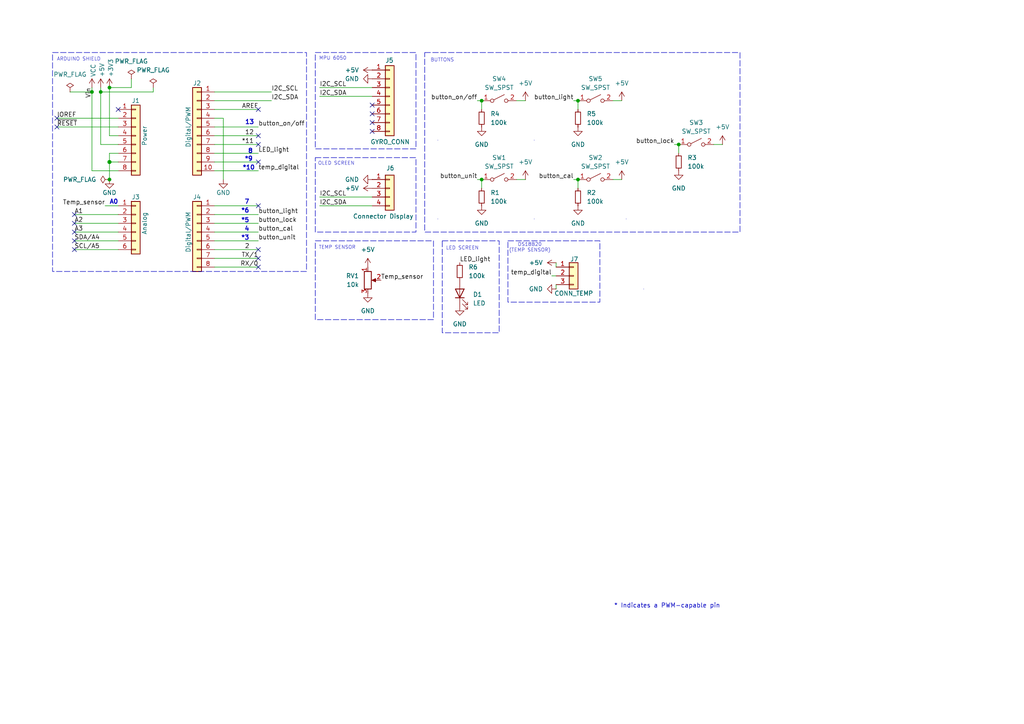
<source format=kicad_sch>
(kicad_sch (version 20231120) (generator "eeschema") (generator_version "8.0")
  (paper "A4")
  (title_block (title "UNO THERMAL SHIELD PROBE") (date "2025-01-27") (rev "1.0") (company "SEBASTIAN POSADA"))
  (lib_symbols
    (symbol "+5V_1" (power) (pin_numbers hide) (pin_names (offset 0) hide)
      (property "Value" "+5V" (at 0 3.556 0))
      (symbol "+5V_1_0_1"
        (polyline (pts (xy -0.762 1.27) (xy 0 2.54)))
        (polyline (pts (xy 0 0) (xy 0 2.54)))
        (polyline (pts (xy 0 2.54) (xy 0.762 1.27)))
      )
      (symbol "+5V_1_1_1"
        (pin power_in line (at 0 0 90) (length 0) (name "~") (number "1"))
      )
    )
    (symbol "+5V_2" (power) (pin_numbers hide) (pin_names (offset 0) hide)
      (property "Value" "+5V" (at 0 3.556 0))
      (symbol "+5V_2_0_1"
        (polyline (pts (xy -0.762 1.27) (xy 0 2.54)))
        (polyline (pts (xy 0 0) (xy 0 2.54)))
        (polyline (pts (xy 0 2.54) (xy 0.762 1.27)))
      )
      (symbol "+5V_2_1_1"
        (pin power_in line (at 0 0 90) (length 0) (name "~") (number "1"))
      )
    )
    (symbol "+5V_3" (power) (pin_numbers hide) (pin_names (offset 0) hide)
      (property "Value" "+5V" (at 0 3.556 0))
      (symbol "+5V_3_0_1"
        (polyline (pts (xy -0.762 1.27) (xy 0 2.54)))
        (polyline (pts (xy 0 0) (xy 0 2.54)))
        (polyline (pts (xy 0 2.54) (xy 0.762 1.27)))
      )
      (symbol "+5V_3_1_1"
        (pin power_in line (at 0 0 90) (length 0) (name "~") (number "1"))
      )
    )
    (symbol "+5V_4" (power) (pin_numbers hide) (pin_names (offset 0) hide)
      (property "Value" "+5V" (at 0 3.556 0))
      (symbol "+5V_4_0_1"
        (polyline (pts (xy -0.762 1.27) (xy 0 2.54)))
        (polyline (pts (xy 0 0) (xy 0 2.54)))
        (polyline (pts (xy 0 2.54) (xy 0.762 1.27)))
      )
      (symbol "+5V_4_1_1"
        (pin power_in line (at 0 0 90) (length 0) (name "~") (number "1"))
      )
    )
    (symbol "+5V_5" (power) (pin_numbers hide) (pin_names (offset 0) hide)
      (property "Value" "+5V" (at 0 3.556 0))
      (symbol "+5V_5_0_1"
        (polyline (pts (xy -0.762 1.27) (xy 0 2.54)))
        (polyline (pts (xy 0 0) (xy 0 2.54)))
        (polyline (pts (xy 0 2.54) (xy 0.762 1.27)))
      )
      (symbol "+5V_5_1_1"
        (pin power_in line (at 0 0 90) (length 0) (name "~") (number "1"))
      )
    )
    (symbol "Connector_Generic:Conn_01x03" (pin_names (offset 1.016) hide)
      (property "Reference" "J" (at 0 5.08 0))
      (property "Value" "Conn_01x03" (at 0 -5.08 0))
      (symbol "Conn_01x03_1_1"
        (rectangle (start -1.27 -2.413) (end 0 -2.667) (stroke (width 0.1524)))
        (rectangle (start -1.27 0.127) (end 0 -0.127) (stroke (width 0.1524)))
        (rectangle (start -1.27 2.667) (end 0 2.413) (stroke (width 0.1524)))
        (rectangle (start -1.27 3.81) (end 1.27 -3.81) (stroke (width 0.254)) (fill (type background)))
        (pin passive line (at -5.08 2.54 0) (length 3.81) (name "Pin_1") (number "1"))
        (pin passive line (at -5.08 0 0) (length 3.81) (name "Pin_2") (number "2"))
        (pin passive line (at -5.08 -2.54 0) (length 3.81) (name "Pin_3") (number "3"))
      )
    )
    (symbol "Connector_Generic:Conn_01x04" (pin_names (offset 1.016) hide)
      (property "Reference" "J" (at 0 5.08 0))
      (property "Value" "Conn_01x04" (at 0 -7.62 0))
      (symbol "Conn_01x04_1_1"
        (rectangle (start -1.27 -4.953) (end 0 -5.207) (stroke (width 0.1524)))
        (rectangle (start -1.27 -2.413) (end 0 -2.667) (stroke (width 0.1524)))
        (rectangle (start -1.27 0.127) (end 0 -0.127) (stroke (width 0.1524)))
        (rectangle (start -1.27 2.667) (end 0 2.413) (stroke (width 0.1524)))
        (rectangle (start -1.27 3.81) (end 1.27 -6.35) (stroke (width 0.254)) (fill (type background)))
        (pin passive line (at -5.08 2.54 0) (length 3.81) (name "Pin_1") (number "1"))
        (pin passive line (at -5.08 0 0) (length 3.81) (name "Pin_2") (number "2"))
        (pin passive line (at -5.08 -2.54 0) (length 3.81) (name "Pin_3") (number "3"))
        (pin passive line (at -5.08 -5.08 0) (length 3.81) (name "Pin_4") (number "4"))
      )
    )
    (symbol "Connector_Generic:Conn_01x06" (pin_names (offset 1.016) hide)
      (property "Reference" "J" (at 0 7.62 0))
      (property "Value" "Conn_01x06" (at 0 -10.16 0))
      (symbol "Conn_01x06_1_1"
        (rectangle (start -1.27 -7.493) (end 0 -7.747) (stroke (width 0.1524)))
        (rectangle (start -1.27 -4.953) (end 0 -5.207) (stroke (width 0.1524)))
        (rectangle (start -1.27 -2.413) (end 0 -2.667) (stroke (width 0.1524)))
        (rectangle (start -1.27 0.127) (end 0 -0.127) (stroke (width 0.1524)))
        (rectangle (start -1.27 2.667) (end 0 2.413) (stroke (width 0.1524)))
        (rectangle (start -1.27 5.207) (end 0 4.953) (stroke (width 0.1524)))
        (rectangle (start -1.27 6.35) (end 1.27 -8.89) (stroke (width 0.254)) (fill (type background)))
        (pin passive line (at -5.08 5.08 0) (length 3.81) (name "Pin_1") (number "1"))
        (pin passive line (at -5.08 2.54 0) (length 3.81) (name "Pin_2") (number "2"))
        (pin passive line (at -5.08 0 0) (length 3.81) (name "Pin_3") (number "3"))
        (pin passive line (at -5.08 -2.54 0) (length 3.81) (name "Pin_4") (number "4"))
        (pin passive line (at -5.08 -5.08 0) (length 3.81) (name "Pin_5") (number "5"))
        (pin passive line (at -5.08 -7.62 0) (length 3.81) (name "Pin_6") (number "6"))
      )
    )
    (symbol "Connector_Generic:Conn_01x08" (pin_names (offset 1.016) hide)
      (property "Reference" "J" (at 0 10.16 0))
      (property "Value" "Conn_01x08" (at 0 -12.7 0))
      (symbol "Conn_01x08_1_1"
        (rectangle (start -1.27 -10.033) (end 0 -10.287) (stroke (width 0.1524)))
        (rectangle (start -1.27 -7.493) (end 0 -7.747) (stroke (width 0.1524)))
        (rectangle (start -1.27 -4.953) (end 0 -5.207) (stroke (width 0.1524)))
        (rectangle (start -1.27 -2.413) (end 0 -2.667) (stroke (width 0.1524)))
        (rectangle (start -1.27 0.127) (end 0 -0.127) (stroke (width 0.1524)))
        (rectangle (start -1.27 2.667) (end 0 2.413) (stroke (width 0.1524)))
        (rectangle (start -1.27 5.207) (end 0 4.953) (stroke (width 0.1524)))
        (rectangle (start -1.27 7.747) (end 0 7.493) (stroke (width 0.1524)))
        (rectangle (start -1.27 8.89) (end 1.27 -11.43) (stroke (width 0.254)) (fill (type background)))
        (pin passive line (at -5.08 7.62 0) (length 3.81) (name "Pin_1") (number "1"))
        (pin passive line (at -5.08 5.08 0) (length 3.81) (name "Pin_2") (number "2"))
        (pin passive line (at -5.08 2.54 0) (length 3.81) (name "Pin_3") (number "3"))
        (pin passive line (at -5.08 0 0) (length 3.81) (name "Pin_4") (number "4"))
        (pin passive line (at -5.08 -2.54 0) (length 3.81) (name "Pin_5") (number "5"))
        (pin passive line (at -5.08 -5.08 0) (length 3.81) (name "Pin_6") (number "6"))
        (pin passive line (at -5.08 -7.62 0) (length 3.81) (name "Pin_7") (number "7"))
        (pin passive line (at -5.08 -10.16 0) (length 3.81) (name "Pin_8") (number "8"))
      )
    )
    (symbol "Connector_Generic:Conn_01x10" (pin_names (offset 1.016) hide)
      (property "Reference" "J" (at 0 12.7 0))
      (property "Value" "Conn_01x10" (at 0 -15.24 0))
      (symbol "Conn_01x10_1_1"
        (rectangle (start -1.27 -12.573) (end 0 -12.827) (stroke (width 0.1524)))
        (rectangle (start -1.27 -10.033) (end 0 -10.287) (stroke (width 0.1524)))
        (rectangle (start -1.27 -7.493) (end 0 -7.747) (stroke (width 0.1524)))
        (rectangle (start -1.27 -4.953) (end 0 -5.207) (stroke (width 0.1524)))
        (rectangle (start -1.27 -2.413) (end 0 -2.667) (stroke (width 0.1524)))
        (rectangle (start -1.27 0.127) (end 0 -0.127) (stroke (width 0.1524)))
        (rectangle (start -1.27 2.667) (end 0 2.413) (stroke (width 0.1524)))
        (rectangle (start -1.27 5.207) (end 0 4.953) (stroke (width 0.1524)))
        (rectangle (start -1.27 7.747) (end 0 7.493) (stroke (width 0.1524)))
        (rectangle (start -1.27 10.287) (end 0 10.033) (stroke (width 0.1524)))
        (rectangle (start -1.27 11.43) (end 1.27 -13.97) (stroke (width 0.254)) (fill (type background)))
        (pin passive line (at -5.08 10.16 0) (length 3.81) (name "Pin_1") (number "1"))
        (pin passive line (at -5.08 -12.7 0) (length 3.81) (name "Pin_10") (number "10"))
        (pin passive line (at -5.08 7.62 0) (length 3.81) (name "Pin_2") (number "2"))
        (pin passive line (at -5.08 5.08 0) (length 3.81) (name "Pin_3") (number "3"))
        (pin passive line (at -5.08 2.54 0) (length 3.81) (name "Pin_4") (number "4"))
        (pin passive line (at -5.08 0 0) (length 3.81) (name "Pin_5") (number "5"))
        (pin passive line (at -5.08 -2.54 0) (length 3.81) (name "Pin_6") (number "6"))
        (pin passive line (at -5.08 -5.08 0) (length 3.81) (name "Pin_7") (number "7"))
        (pin passive line (at -5.08 -7.62 0) (length 3.81) (name "Pin_8") (number "8"))
        (pin passive line (at -5.08 -10.16 0) (length 3.81) (name "Pin_9") (number "9"))
      )
    )
    (symbol "Device:LED" (pin_numbers hide) (pin_names (offset 1.016) hide)
      (property "Reference" "D" (at 0 2.54 0))
      (property "Value" "LED" (at 0 -2.54 0))
      (symbol "LED_0_1"
        (polyline (pts (xy -1.27 -1.27) (xy -1.27 1.27)) (stroke (width 0.254)))
        (polyline (pts (xy -1.27 0) (xy 1.27 0)))
        (polyline (pts (xy 1.27 -1.27) (xy 1.27 1.27) (xy -1.27 0) (xy 1.27 -1.27)) (stroke (width 0.254)))
        (polyline (pts (xy -3.048 -0.762) (xy -4.572 -2.286) (xy -3.81 -2.286) (xy -4.572 -2.286) (xy -4.572 -1.524)))
        (polyline (pts (xy -1.778 -0.762) (xy -3.302 -2.286) (xy -2.54 -2.286) (xy -3.302 -2.286) (xy -3.302 -1.524)))
      )
      (symbol "LED_1_1"
        (pin passive line (at -3.81 0 0) (length 2.54) (name "K") (number "1"))
        (pin passive line (at 3.81 0 180) (length 2.54) (name "A") (number "2"))
      )
    )
    (symbol "Device:R_Potentiometer" (pin_names (offset 1.016) hide)
      (property "Reference" "RV" (at -4.445 0 90))
      (property "Value" "R_Potentiometer" (at -2.54 0 90))
      (symbol "R_Potentiometer_0_1"
        (polyline (pts (xy 2.54 0) (xy 1.524 0)))
        (polyline (pts (xy 1.143 0) (xy 2.286 0.508) (xy 2.286 -0.508) (xy 1.143 0)) (fill (type outline)))
        (rectangle (start 1.016 2.54) (end -1.016 -2.54) (stroke (width 0.254)))
      )
      (symbol "R_Potentiometer_1_1"
        (pin passive line (at 0 3.81 270) (length 1.27) (name "1") (number "1"))
        (pin passive line (at 3.81 0 180) (length 1.27) (name "2") (number "2"))
        (pin passive line (at 0 -3.81 90) (length 1.27) (name "3") (number "3"))
      )
    )
    (symbol "Device:R_Small" (pin_numbers hide) (pin_names (offset 0.254) hide)
      (property "Reference" "R" (at 0.762 0.508 0))
      (property "Value" "R_Small" (at 0.762 -1.016 0))
      (symbol "R_Small_0_1"
        (rectangle (start -0.762 1.778) (end 0.762 -1.778) (stroke (width 0.2032)))
      )
      (symbol "R_Small_1_1"
        (pin passive line (at 0 2.54 270) (length 0.762) (name "~") (number "1"))
        (pin passive line (at 0 -2.54 90) (length 0.762) (name "~") (number "2"))
      )
    )
    (symbol "GND_1" (power) (pin_numbers hide) (pin_names (offset 0) hide)
      (property "Value" "GND" (at 0 -3.81 0))
      (symbol "GND_1_0_1"
        (polyline (pts (xy 0 0) (xy 0 -1.27) (xy 1.27 -1.27) (xy 0 -2.54) (xy -1.27 -1.27) (xy 0 -1.27)))
      )
      (symbol "GND_1_1_1"
        (pin power_in line (at 0 0 270) (length 0) (name "~") (number "1"))
      )
    )
    (symbol "GND_2" (power) (pin_numbers hide) (pin_names (offset 0) hide)
      (property "Value" "GND" (at 0 -3.81 0))
      (symbol "GND_2_0_1"
        (polyline (pts (xy 0 0) (xy 0 -1.27) (xy 1.27 -1.27) (xy 0 -2.54) (xy -1.27 -1.27) (xy 0 -1.27)))
      )
      (symbol "GND_2_1_1"
        (pin power_in line (at 0 0 270) (length 0) (name "~") (number "1"))
      )
    )
    (symbol "GND_3" (power) (pin_numbers hide) (pin_names (offset 0) hide)
      (property "Value" "GND" (at 0 -3.81 0))
      (symbol "GND_3_0_1"
        (polyline (pts (xy 0 0) (xy 0 -1.27) (xy 1.27 -1.27) (xy 0 -2.54) (xy -1.27 -1.27) (xy 0 -1.27)))
      )
      (symbol "GND_3_1_1"
        (pin power_in line (at 0 0 270) (length 0) (name "~") (number "1"))
      )
    )
    (symbol "GND_4" (power) (pin_numbers hide) (pin_names (offset 0) hide)
      (property "Value" "GND" (at 0 -3.81 0))
      (symbol "GND_4_0_1"
        (polyline (pts (xy 0 0) (xy 0 -1.27) (xy 1.27 -1.27) (xy 0 -2.54) (xy -1.27 -1.27) (xy 0 -1.27)))
      )
      (symbol "GND_4_1_1"
        (pin power_in line (at 0 0 270) (length 0) (name "~") (number "1"))
      )
    )
    (symbol "GND_5" (power) (pin_numbers hide) (pin_names (offset 0) hide)
      (property "Value" "GND" (at 0 -3.81 0))
      (symbol "GND_5_0_1"
        (polyline (pts (xy 0 0) (xy 0 -1.27) (xy 1.27 -1.27) (xy 0 -2.54) (xy -1.27 -1.27) (xy 0 -1.27)))
      )
      (symbol "GND_5_1_1"
        (pin power_in line (at 0 0 270) (length 0) (name "~") (number "1"))
      )
    )
    (symbol "Switch:SW_SPST" (pin_names (offset 0) hide)
      (property "Reference" "SW" (at 0 3.175 0))
      (property "Value" "SW_SPST" (at 0 -2.54 0))
      (symbol "SW_SPST_0_0"
        (circle (center -2.032 0) (radius 0.508))
        (polyline (pts (xy -1.524 0.254) (xy 1.524 1.778)))
        (circle (center 2.032 0) (radius 0.508))
      )
      (symbol "SW_SPST_1_1"
        (pin passive line (at -5.08 0 0) (length 2.54) (name "A") (number "1"))
        (pin passive line (at 5.08 0 180) (length 2.54) (name "B") (number "2"))
      )
    )
    (symbol "power:+3V3" (power) (pin_names (offset 0))
      (property "Value" "+3V3" (at 0 3.556 0))
      (symbol "+3V3_0_1"
        (polyline (pts (xy -0.762 1.27) (xy 0 2.54)))
        (polyline (pts (xy 0 0) (xy 0 2.54)))
        (polyline (pts (xy 0 2.54) (xy 0.762 1.27)))
      )
      (symbol "+3V3_1_1"
        (pin power_in line (at 0 0 90) (length 0) hide (name "+3V3") (number "1"))
      )
    )
    (symbol "power:+5V" (power) (pin_names (offset 0))
      (property "Value" "+5V" (at 0 3.556 0))
      (symbol "+5V_0_1"
        (polyline (pts (xy -0.762 1.27) (xy 0 2.54)))
        (polyline (pts (xy 0 0) (xy 0 2.54)))
        (polyline (pts (xy 0 2.54) (xy 0.762 1.27)))
      )
      (symbol "+5V_1_1"
        (pin power_in line (at 0 0 90) (length 0) hide (name "+5V") (number "1"))
      )
    )
    (symbol "power:GND" (power) (pin_names (offset 0))
      (property "Value" "GND" (at 0 -3.81 0))
      (symbol "GND_0_1"
        (polyline (pts (xy 0 0) (xy 0 -1.27) (xy 1.27 -1.27) (xy 0 -2.54) (xy -1.27 -1.27) (xy 0 -1.27)))
      )
      (symbol "GND_1_1"
        (pin power_in line (at 0 0 270) (length 0) hide (name "GND") (number "1"))
      )
    )
    (symbol "power:PWR_FLAG" (power) (pin_numbers hide) (pin_names (offset 0) hide)
      (property "Value" "PWR_FLAG" (at 0 3.81 0))
      (symbol "PWR_FLAG_0_0"
        (pin power_out line (at 0 0 90) (length 0) (name "~") (number "1"))
      )
      (symbol "PWR_FLAG_0_1"
        (polyline (pts (xy 0 0) (xy 0 1.27) (xy -1.016 1.905) (xy 0 2.54) (xy 1.016 1.905) (xy 0 1.27)))
      )
    )
    (symbol "power:VCC" (power) (pin_names (offset 0))
      (property "Value" "VCC" (at 0 3.81 0))
      (symbol "VCC_0_1"
        (polyline (pts (xy -0.762 1.27) (xy 0 2.54)))
        (polyline (pts (xy 0 0) (xy 0 2.54)))
        (polyline (pts (xy 0 2.54) (xy 0.762 1.27)))
      )
      (symbol "VCC_1_1"
        (pin power_in line (at 0 0 90) (length 0) hide (name "VCC") (number "1"))
      )
    )
  )
  (junction (at 31.75 25.4))
  (junction (at 26.67 26.67))
  (junction (at 31.75 46.99) (diameter 1.016))
  (junction (at 196.85 41.91))
  (junction (at 139.7 29.21))
  (junction (at 167.64 29.21))
  (junction (at 139.7 52.07))
  (junction (at 31.75 52.07))
  (junction (at 29.21 26.67))
  (junction (at 167.64 52.07))
  (no_connect (at 107.95 30.48))
  (no_connect (at 74.93 46.99))
  (no_connect (at 107.95 35.56))
  (no_connect (at 107.95 38.1))
  (no_connect (at 107.95 33.02))
  (no_connect (at 74.93 59.69))
  (no_connect (at 21.59 67.31))
  (no_connect (at 74.93 41.91))
  (no_connect (at 74.93 74.93))
  (no_connect (at 74.93 77.47))
  (no_connect (at 16.51 34.29))
  (no_connect (at 16.51 36.83))
  (no_connect (at 74.93 31.75))
  (no_connect (at 74.93 39.37))
  (no_connect (at 34.29 31.75))
  (no_connect (at 21.59 72.39))
  (no_connect (at 21.59 64.77))
  (no_connect (at 74.93 72.39))
  (no_connect (at 21.59 62.23))
  (no_connect (at 21.59 69.85))
  (wire (pts (xy 62.23 77.47) (xy 74.93 77.47)))
  (wire (pts (xy 62.23 26.67) (xy 78.74 26.67)))
  (wire (pts (xy 62.23 44.45) (xy 74.93 44.45)))
  (wire (pts (xy 167.64 52.07) (xy 167.64 54.61)))
  (wire (pts (xy 149.86 29.21) (xy 152.4 29.21)))
  (wire (pts (xy 30.48 59.69) (xy 34.29 59.69)))
  (wire (pts (xy 31.75 44.45) (xy 31.75 46.99)))
  (wire (pts (xy 21.59 72.39) (xy 34.29 72.39)))
  (wire (pts (xy 196.85 41.91) (xy 196.85 44.45)))
  (wire (pts (xy 166.37 29.21) (xy 167.64 29.21)))
  (wire (pts (xy 195.58 41.91) (xy 196.85 41.91)))
  (wire (pts (xy 31.75 46.99) (xy 31.75 52.07)))
  (wire (pts (xy 31.75 25.4) (xy 31.75 39.37)))
  (wire (pts (xy 29.21 41.91) (xy 34.29 41.91)))
  (wire (pts (xy 29.21 25.4) (xy 29.21 26.67)))
  (wire (pts (xy 29.21 26.67) (xy 44.45 26.67)))
  (wire (pts (xy 177.8 29.21) (xy 180.34 29.21)))
  (wire (pts (xy 62.23 36.83) (xy 74.93 36.83)))
  (wire (pts (xy 62.23 59.69) (xy 74.93 59.69)))
  (wire (pts (xy 138.43 29.21) (xy 139.7 29.21)))
  (wire (pts (xy 62.23 39.37) (xy 74.93 39.37)))
  (wire (pts (xy 62.23 62.23) (xy 74.93 62.23)))
  (wire (pts (xy 20.32 26.67) (xy 26.67 26.67)))
  (wire (pts (xy 62.23 46.99) (xy 74.93 46.99)))
  (wire (pts (xy 62.23 67.31) (xy 74.93 67.31)))
  (wire (pts (xy 139.7 29.21) (xy 139.7 31.75)))
  (wire (pts (xy 166.37 52.07) (xy 167.64 52.07)))
  (wire (pts (xy 16.51 34.29) (xy 34.29 34.29)))
  (wire (pts (xy 207.01 41.91) (xy 209.55 41.91)))
  (wire (pts (xy 26.67 25.4) (xy 26.67 26.67)))
  (wire (pts (xy 149.86 52.07) (xy 152.4 52.07)))
  (wire (pts (xy 26.67 49.53) (xy 34.29 49.53)))
  (wire (pts (xy 92.71 59.69) (xy 107.95 59.69)))
  (wire (pts (xy 64.77 34.29) (xy 64.77 52.07)))
  (wire (pts (xy 62.23 31.75) (xy 74.93 31.75)))
  (wire (pts (xy 38.1 22.86) (xy 38.1 25.4)))
  (wire (pts (xy 26.67 26.67) (xy 26.67 49.53)))
  (wire (pts (xy 139.7 52.07) (xy 139.7 54.61)))
  (wire (pts (xy 34.29 64.77) (xy 21.59 64.77)))
  (wire (pts (xy 16.51 36.83) (xy 34.29 36.83)))
  (wire (pts (xy 160.02 80.01) (xy 161.29 80.01)))
  (wire (pts (xy 31.75 39.37) (xy 34.29 39.37)))
  (wire (pts (xy 34.29 46.99) (xy 31.75 46.99)))
  (wire (pts (xy 44.45 25.4) (xy 44.45 26.67)))
  (wire (pts (xy 62.23 29.21) (xy 78.74 29.21)))
  (wire (pts (xy 138.43 52.07) (xy 139.7 52.07)))
  (wire (pts (xy 21.59 62.23) (xy 34.29 62.23)))
  (wire (pts (xy 167.64 29.21) (xy 167.64 31.75)))
  (wire (pts (xy 62.23 34.29) (xy 64.77 34.29)))
  (wire (pts (xy 92.71 57.15) (xy 107.95 57.15)))
  (wire (pts (xy 34.29 44.45) (xy 31.75 44.45)))
  (wire (pts (xy 62.23 41.91) (xy 74.93 41.91)))
  (wire (pts (xy 29.21 26.67) (xy 29.21 41.91)))
  (wire (pts (xy 177.8 52.07) (xy 180.34 52.07)))
  (wire (pts (xy 62.23 64.77) (xy 74.93 64.77)))
  (wire (pts (xy 21.59 67.31) (xy 34.29 67.31)))
  (wire (pts (xy 92.71 25.4) (xy 107.95 25.4)))
  (wire (pts (xy 31.75 25.4) (xy 38.1 25.4)))
  (wire (pts (xy 62.23 72.39) (xy 74.93 72.39)))
  (wire (pts (xy 161.29 76.2) (xy 161.29 77.47)))
  (wire (pts (xy 62.23 69.85) (xy 74.93 69.85)))
  (wire (pts (xy 161.29 82.55) (xy 161.29 83.82)))
  (wire (pts (xy 62.23 74.93) (xy 74.93 74.93)))
  (wire (pts (xy 34.29 69.85) (xy 21.59 69.85)))
  (wire (pts (xy 92.71 27.94) (xy 107.95 27.94)))
  (wire (pts (xy 62.23 49.53) (xy 74.93 49.53)))
  (rectangle (start 128.27 69.85) (end 144.78 96.52) (stroke (width 0) (type dash)))
  (rectangle (start 91.44 15.24) (end 120.65 43.18) (stroke (width 0) (type dash)))
  (rectangle (start 186.69 83.82) (end 186.69 83.82))
  (rectangle (start 154.94 40.64) (end 154.94 40.64))
  (rectangle (start 15.24 15.24) (end 88.9 78.74) (stroke (width 0) (type dash)))
  (rectangle (start 91.44 69.85) (end 125.73 92.71) (stroke (width 0) (type dash)))
  (rectangle (start 123.19 15.24) (end 214.63 67.31) (stroke (width 0) (type dash)))
  (rectangle (start 91.44 45.72) (end 120.65 67.31) (stroke (width 0) (type dash)))
  (rectangle (start 147.32 69.85) (end 173.99 87.63) (stroke (width 0) (type dash)))
  (rectangle (start 36.83 15.24) (end 36.83 15.24))
  (rectangle (start 127 40.64) (end 127 40.64))
  (rectangle (start 127 63.5) (end 127 63.5))
  (rectangle (start 154.94 63.5) (end 154.94 63.5))
  (rectangle (start 181.61 63.5) (end 181.61 63.5))
  (text "LED SCREEN\n\n" (at 134.112 72.898 0) (effects (font (size 1.016 1.016) (thickness 0.0076) (bold yes))))
  (text "DS18B20\n(TEMP SENSOR)\n" (at 153.67 71.882 0) (effects (font (size 1.016 1.016) (thickness 0.0076) (bold yes))))
  (text "BUTTONS" (at 128.27 17.526 0) (effects (font (size 1.016 1.016) (thickness 0.0076) (bold yes))))
  (text "*10\n" (at 72.136 48.768 0) (effects (font (size 1.27 1.27) (thickness 0.254) (bold yes))))
  (text "*3" (at 71.12 69.088 0) (effects (font (size 1.27 1.27) (thickness 0.254) (bold yes))))
  (text "8" (at 72.644 43.942 0) (effects (font (size 1.27 1.27) (thickness 0.254) (bold yes))))
  (text "7\n" (at 71.628 58.674 0) (effects (font (size 1.27 1.27) (thickness 0.254) (bold yes))))
  (text "*9\n" (at 72.136 46.228 0) (effects (font (size 1.27 1.27) (thickness 0.254) (bold yes))))
  (text "13\n\n" (at 72.39 36.576 0) (effects (font (size 1.27 1.27) (thickness 0.254) (bold yes))))
  (text "4" (at 71.628 66.548 0) (effects (font (size 1.27 1.27) (thickness 0.254) (bold yes))))
  (text "*6" (at 71.12 61.214 0) (effects (font (size 1.27 1.27) (thickness 0.254) (bold yes))))
  (text "ARDUINO SHIELD" (at 22.86 17.272 0) (effects (font (size 1.016 1.016) (thickness 0.0076) (bold yes))))
  (text "TEMP SENSOR\n" (at 97.79 71.882 0) (effects (font (size 1.016 1.016) (thickness 0.0076) (bold yes))))
  (text "*5\n" (at 71.12 64.008 0) (effects (font (size 1.27 1.27) (thickness 0.254) (bold yes))))
  (text "OLED SCREEN" (at 97.536 47.498 0) (effects (font (size 1.016 1.016) (thickness 0.0076) (bold yes))))
  (text "MPU 6050" (at 96.52 17.018 0) (effects (font (size 1.016 1.016) (thickness 0.0076) (bold yes))))
  (text "A0\n" (at 33.02 58.674 0) (effects (font (size 1.27 1.27) (thickness 0.254) (bold yes))))
  (text "* Indicates a PWM-capable pin" (at 178.054 176.53 0) (effects (font (size 1.27 1.27)) (justify left bottom)))
  (label "button_unit" (at 138.43 52.07 180))
  (label "RX{slash}0" (at 74.93 77.47 180))
  (label "temp_digital" (at 74.93 49.53 0))
  (label "A2" (at 21.59 64.77 0))
  (label "button_cal" (at 166.37 52.07 180))
  (label "I2C_SCL" (at 92.71 25.4 0))
  (label "A3" (at 21.59 67.31 0))
  (label "12" (at 73.66 39.37 180))
  (label "~{RESET}" (at 16.51 36.83 0))
  (label "I2C_SDA" (at 92.71 59.69 0))
  (label "button_lock" (at 195.58 41.91 180))
  (label "Temp_sensor" (at 30.48 59.69 180))
  (label "LED_light" (at 74.93 44.45 0))
  (label "I2C_SDA" (at 78.74 29.21 0))
  (label "button_on{slash}off" (at 74.93 36.83 0))
  (label "button_light" (at 166.37 29.21 180))
  (label "I2C_SCL" (at 92.71 57.15 0))
  (label "button_on{slash}off" (at 138.43 29.21 180))
  (label "button_lock" (at 74.93 64.77 0))
  (label "Temp_sensor" (at 110.49 81.28 0))
  (label "2" (at 72.39 72.39 180))
  (label "*11" (at 73.66 41.91 180))
  (label "temp_digital" (at 160.02 80.01 180))
  (label "I2C_SCL" (at 78.74 26.67 0))
  (label "button_light" (at 74.93 62.23 0))
  (label "A1" (at 21.59 62.23 0))
  (label "TX{slash}1" (at 74.93 74.93 180))
  (label "button_cal" (at 74.93 67.31 0))
  (label "AREF" (at 74.93 31.75 180))
  (label "I2C_SDA" (at 92.71 27.94 0))
  (label "Vin" (at 26.67 25.4 270))
  (label "button_unit" (at 74.93 69.85 0))
  (label "IOREF" (at 16.51 34.29 0))
  (label "SDA{slash}A4" (at 21.59 69.85 0))
  (label "SCL{slash}A5" (at 21.59 72.39 0))
  (label "LED_light" (at 133.35 76.2 0))
  (symbol (lib_id "Connector_Generic:Conn_01x08") (at 39.37 39.37 0) (unit 1)
    (property "Reference" "J1" (at 39.37 29.21 0))
    (property "Value" "Power" (at 41.91 39.37 90))
    (property "Footprint" "Connector_PinSocket_2.54mm:PinSocket_1x08_P2.54mm_Vertical" (effects (hide yes)))
  )
  (symbol (lib_id "power:+3V3") (at 31.75 25.4 0) (unit 1)
    (property "Reference" "#PWR03" (effects (hide yes)))
    (property "Value" "+3V3" (at 32.131 22.352 90) (effects (justify left)))
  )
  (symbol (lib_id "power:+5V") (at 29.21 25.4 0) (unit 1)
    (property "Reference" "#PWR02" (effects (hide yes)))
    (property "Value" "+5V" (at 29.5656 22.352 90) (effects (justify left)))
  )
  (symbol (lib_id "power:GND") (at 31.75 52.07 0) (unit 1)
    (property "Reference" "#PWR04" (effects (hide yes)))
    (property "Value" "GND" (at 31.75 55.88 0))
  )
  (symbol (lib_id "Connector_Generic:Conn_01x10") (at 57.15 36.83 0) (mirror y) (unit 1)
    (property "Reference" "J2" (at 57.15 24.13 0))
    (property "Value" "Digital/PWM" (at 54.61 36.83 90))
    (property "Footprint" "Connector_PinSocket_2.54mm:PinSocket_1x10_P2.54mm_Vertical" (effects (hide yes)))
  )
  (symbol (lib_id "power:GND") (at 64.77 52.07 0) (unit 1)
    (property "Reference" "#PWR05" (effects (hide yes)))
    (property "Value" "GND" (at 64.77 55.88 0))
  )
  (symbol (lib_id "Connector_Generic:Conn_01x06") (at 39.37 64.77 0) (unit 1)
    (property "Reference" "J3" (at 39.37 57.15 0))
    (property "Value" "Analog" (at 41.91 64.77 90))
    (property "Footprint" "Connector_PinSocket_2.54mm:PinSocket_1x06_P2.54mm_Vertical" (effects (hide yes)))
  )
  (symbol (lib_id "Connector_Generic:Conn_01x08") (at 57.15 67.31 0) (mirror y) (unit 1)
    (property "Reference" "J4" (at 57.15 57.15 0))
    (property "Value" "Digital/PWM" (at 54.61 67.31 90))
    (property "Footprint" "Connector_PinSocket_2.54mm:PinSocket_1x08_P2.54mm_Vertical" (effects (hide yes)))
  )
  (symbol (lib_name "GND_5") (lib_id "power:GND") (at 107.95 22.86 270) (unit 1)
    (property "Reference" "#PWR06" (effects (hide yes)))
    (property "Value" "GND" (at 104.14 22.8599 90) (effects (justify right)))
    (property "Description" "Power symbol creates a global label with name \"GND\" , ground" (effects (hide yes)))
  )
  (symbol (lib_id "Device:R_Small") (at 139.7 34.29 0) (unit 1)
    (property "Reference" "R4" (at 142.24 33.0199 0) (effects (justify left)))
    (property "Value" "100k" (at 142.24 35.5599 0) (effects (justify left)))
    (property "Footprint" "Resistor_THT:R_Axial_DIN0207_L6.3mm_D2.5mm_P10.16mm_Horizontal" (effects (hide yes)))
    (property "Description" "Resistor, small symbol" (effects (hide yes)))
  )
  (symbol (lib_id "Connector_Generic:Conn_01x03") (at 166.37 80.01 0) (unit 1)
    (property "Reference" "J7" (at 165.354 75.184 0) (effects (justify left)))
    (property "Value" "CONN_TEMP" (at 160.782 85.09 0) (effects (justify left)))
    (property "Footprint" "Connector_JST:JST_XH_B3B-XH-A_1x03_P2.50mm_Vertical" (effects (hide yes)))
    (property "Description" "Generic connector, single row, 01x03, script generated (kicad-library-utils/schlib/autogen/connector/)" (effects (hide yes)))
  )
  (symbol (lib_id "power:PWR_FLAG") (at 38.1 22.86 0) (unit 1)
    (property "Reference" "#FLG01" (effects (hide yes)))
    (property "Value" "PWR_FLAG" (at 38.1 17.78 0))
    (property "Description" "Special symbol for telling ERC where power comes from" (effects (hide yes)))
  )
  (symbol (lib_name "GND_2") (lib_id "power:GND") (at 167.64 36.83 0) (unit 1)
    (property "Reference" "#PWR018" (effects (hide yes)))
    (property "Value" "GND" (at 167.64 41.91 0))
    (property "Description" "Power symbol creates a global label with name \"GND\" , ground" (effects (hide yes)))
  )
  (symbol (lib_id "power:PWR_FLAG") (at 44.45 25.4 0) (unit 1)
    (property "Reference" "#FLG03" (effects (hide yes)))
    (property "Value" "PWR_FLAG" (at 44.45 20.32 0))
    (property "Description" "Special symbol for telling ERC where power comes from" (effects (hide yes)))
  )
  (symbol (lib_id "Switch:SW_SPST") (at 144.78 29.21 0) (unit 1)
    (property "Reference" "SW4" (at 144.78 22.86 0))
    (property "Value" "SW_SPST" (at 144.78 25.4 0))
    (property "Footprint" "Button_Switch_THT:SW_PUSH_6mm" (effects (hide yes)))
    (property "Description" "Single Pole Single Throw (SPST) switch" (effects (hide yes)))
  )
  (symbol (lib_name "+5V_2") (lib_id "power:+5V") (at 180.34 52.07 0) (unit 1)
    (property "Reference" "#PWR013" (effects (hide yes)))
    (property "Value" "+5V" (at 180.34 46.99 0))
    (property "Description" "Power symbol creates a global label with name \"+5V\"" (effects (hide yes)))
  )
  (symbol (lib_name "GND_2") (lib_id "power:GND") (at 167.64 59.69 0) (unit 1)
    (property "Reference" "#PWR012" (effects (hide yes)))
    (property "Value" "GND" (at 167.64 64.77 0))
    (property "Description" "Power symbol creates a global label with name \"GND\" , ground" (effects (hide yes)))
  )
  (symbol (lib_id "Device:R_Small") (at 139.7 57.15 0) (unit 1)
    (property "Reference" "R1" (at 142.24 55.8799 0) (effects (justify left)))
    (property "Value" "100k" (at 142.24 58.4199 0) (effects (justify left)))
    (property "Footprint" "Resistor_THT:R_Axial_DIN0207_L6.3mm_D2.5mm_P10.16mm_Horizontal" (effects (hide yes)))
    (property "Description" "Resistor, small symbol" (effects (hide yes)))
  )
  (symbol (lib_name "GND_3") (lib_id "power:GND") (at 106.68 85.09 0) (unit 1)
    (property "Reference" "#PWR022" (effects (hide yes)))
    (property "Value" "GND" (at 106.68 90.17 0))
    (property "Description" "Power symbol creates a global label with name \"GND\" , ground" (effects (hide yes)))
  )
  (symbol (lib_name "GND_4") (lib_id "power:GND") (at 161.29 83.82 270) (unit 1)
    (property "Reference" "#PWR024" (effects (hide yes)))
    (property "Value" "GND" (at 157.48 83.8199 90) (effects (justify right)))
    (property "Description" "Power symbol creates a global label with name \"GND\" , ground" (effects (hide yes)))
  )
  (symbol (lib_id "power:PWR_FLAG") (at 20.32 26.67 0) (unit 1)
    (property "Reference" "#FLG02" (effects (hide yes)))
    (property "Value" "PWR_FLAG" (at 20.32 21.59 0))
    (property "Description" "Special symbol for telling ERC where power comes from" (effects (hide yes)))
  )
  (symbol (lib_id "Device:R_Small") (at 133.35 78.74 0) (unit 1)
    (property "Reference" "R6" (at 135.89 77.4699 0) (effects (justify left)))
    (property "Value" "100k" (at 135.89 80.0099 0) (effects (justify left)))
    (property "Footprint" "Resistor_THT:R_Axial_DIN0207_L6.3mm_D2.5mm_P10.16mm_Horizontal" (effects (hide yes)))
    (property "Description" "Resistor, small symbol" (effects (hide yes)))
  )
  (symbol (lib_name "GND_2") (lib_id "power:GND") (at 196.85 49.53 0) (unit 1)
    (property "Reference" "#PWR014" (effects (hide yes)))
    (property "Value" "GND" (at 196.85 54.61 0))
    (property "Description" "Power symbol creates a global label with name \"GND\" , ground" (effects (hide yes)))
  )
  (symbol (lib_name "+5V_1") (lib_id "power:+5V") (at 107.95 54.61 90) (unit 1)
    (property "Reference" "#PWR09" (effects (hide yes)))
    (property "Value" "+5V" (at 104.14 54.6099 90) (effects (justify left)))
    (property "Description" "Power symbol creates a global label with name \"+5V\"" (effects (hide yes)))
  )
  (symbol (lib_name "GND_2") (lib_id "power:GND") (at 133.35 88.9 0) (unit 1)
    (property "Reference" "#PWR020" (effects (hide yes)))
    (property "Value" "GND" (at 133.35 93.98 0))
    (property "Description" "Power symbol creates a global label with name \"GND\" , ground" (effects (hide yes)))
  )
  (symbol (lib_name "GND_2") (lib_id "power:GND") (at 139.7 59.69 0) (unit 1)
    (property "Reference" "#PWR010" (effects (hide yes)))
    (property "Value" "GND" (at 139.7 64.77 0))
    (property "Description" "Power symbol creates a global label with name \"GND\" , ground" (effects (hide yes)))
  )
  (symbol (lib_id "Device:R_Small") (at 196.85 46.99 0) (unit 1)
    (property "Reference" "R3" (at 199.39 45.7199 0) (effects (justify left)))
    (property "Value" "100k" (at 199.39 48.2599 0) (effects (justify left)))
    (property "Footprint" "Resistor_THT:R_Axial_DIN0207_L6.3mm_D2.5mm_P10.16mm_Horizontal" (effects (hide yes)))
    (property "Description" "Resistor, small symbol" (effects (hide yes)))
  )
  (symbol (lib_id "power:VCC") (at 26.67 25.4 0) (unit 1)
    (property "Reference" "#PWR01" (effects (hide yes)))
    (property "Value" "VCC" (at 27.051 22.352 90) (effects (justify left)))
  )
  (symbol (lib_id "Device:R_Small") (at 167.64 34.29 0) (unit 1)
    (property "Reference" "R5" (at 170.18 33.0199 0) (effects (justify left)))
    (property "Value" "100k" (at 170.18 35.5599 0) (effects (justify left)))
    (property "Footprint" "Resistor_THT:R_Axial_DIN0207_L6.3mm_D2.5mm_P10.16mm_Horizontal" (effects (hide yes)))
    (property "Description" "Resistor, small symbol" (effects (hide yes)))
  )
  (symbol (lib_id "Switch:SW_SPST") (at 144.78 52.07 0) (unit 1)
    (property "Reference" "SW1" (at 144.78 45.72 0))
    (property "Value" "SW_SPST" (at 144.78 48.26 0))
    (property "Footprint" "Button_Switch_THT:SW_PUSH_6mm" (effects (hide yes)))
    (property "Description" "Single Pole Single Throw (SPST) switch" (effects (hide yes)))
  )
  (symbol (lib_id "Device:R_Potentiometer") (at 106.68 81.28 0) (unit 1)
    (property "Reference" "RV1" (at 104.14 80.0099 0) (effects (justify right)))
    (property "Value" "10k" (at 104.14 82.5499 0) (effects (justify right)))
    (property "Footprint" "Potentiometer_THT:Potentiometer_Bourns_3386P_Vertical" (effects (hide yes)))
    (property "Description" "Potentiometer" (effects (hide yes)))
  )
  (symbol (lib_name "+5V_5") (lib_id "power:+5V") (at 107.95 20.32 90) (unit 1)
    (property "Reference" "#PWR025" (effects (hide yes)))
    (property "Value" "+5V" (at 104.14 20.3199 90) (effects (justify left)))
    (property "Description" "Power symbol creates a global label with name \"+5V\"" (effects (hide yes)))
  )
  (symbol (lib_id "Device:R_Small") (at 167.64 57.15 0) (unit 1)
    (property "Reference" "R2" (at 170.18 55.8799 0) (effects (justify left)))
    (property "Value" "100k" (at 170.18 58.4199 0) (effects (justify left)))
    (property "Footprint" "Resistor_THT:R_Axial_DIN0207_L6.3mm_D2.5mm_P10.16mm_Horizontal" (effects (hide yes)))
    (property "Description" "Resistor, small symbol" (effects (hide yes)))
  )
  (symbol (lib_id "power:PWR_FLAG") (at 31.75 52.07 90) (unit 1)
    (property "Reference" "#FLG04" (effects (hide yes)))
    (property "Value" "PWR_FLAG" (at 27.94 52.0699 90) (effects (justify left)))
    (property "Description" "Special symbol for telling ERC where power comes from" (effects (hide yes)))
  )
  (symbol (lib_id "Switch:SW_SPST") (at 201.93 41.91 0) (unit 1)
    (property "Reference" "SW3" (at 201.93 35.56 0))
    (property "Value" "SW_SPST" (at 201.93 38.1 0))
    (property "Footprint" "Button_Switch_THT:SW_PUSH_6mm" (effects (hide yes)))
    (property "Description" "Single Pole Single Throw (SPST) switch" (effects (hide yes)))
  )
  (symbol (lib_name "+5V_2") (lib_id "power:+5V") (at 152.4 52.07 0) (unit 1)
    (property "Reference" "#PWR011" (effects (hide yes)))
    (property "Value" "+5V" (at 152.4 46.99 0))
    (property "Description" "Power symbol creates a global label with name \"+5V\"" (effects (hide yes)))
  )
  (symbol (lib_name "+5V_2") (lib_id "power:+5V") (at 152.4 29.21 0) (unit 1)
    (property "Reference" "#PWR017" (effects (hide yes)))
    (property "Value" "+5V" (at 152.4 24.13 0))
    (property "Description" "Power symbol creates a global label with name \"+5V\"" (effects (hide yes)))
  )
  (symbol (lib_id "Connector_Generic:Conn_01x04") (at 113.03 54.61 0) (unit 1)
    (property "Reference" "J6" (at 112.014 48.768 0) (effects (justify left)))
    (property "Value" "Connector Display" (at 102.362 62.738 0) (effects (justify left)))
    (property "Footprint" "Connector_PinSocket_2.54mm:PinSocket_1x04_P2.54mm_Vertical" (effects (hide yes)))
    (property "Description" "Generic connector, single row, 01x04, script generated (kicad-library-utils/schlib/autogen/connector/)" (effects (hide yes)))
  )
  (symbol (lib_name "+5V_4") (lib_id "power:+5V") (at 161.29 76.2 90) (unit 1)
    (property "Reference" "#PWR023" (effects (hide yes)))
    (property "Value" "+5V" (at 157.48 76.1999 90) (effects (justify left)))
    (property "Description" "Power symbol creates a global label with name \"+5V\"" (effects (hide yes)))
  )
  (symbol (lib_name "GND_1") (lib_id "power:GND") (at 107.95 52.07 270) (unit 1)
    (property "Reference" "#PWR08" (effects (hide yes)))
    (property "Value" "GND" (at 104.14 52.0699 90) (effects (justify right)))
    (property "Description" "Power symbol creates a global label with name \"GND\" , ground" (effects (hide yes)))
  )
  (symbol (lib_id "Device:LED") (at 133.35 85.09 90) (unit 1)
    (property "Reference" "D1" (at 137.16 85.4074 90) (effects (justify right)))
    (property "Value" "LED" (at 137.16 87.9474 90) (effects (justify right)))
    (property "Footprint" "LED_THT:LED_D5.0mm" (effects (hide yes)))
    (property "Description" "Light emitting diode" (effects (hide yes)))
  )
  (symbol (lib_id "Switch:SW_SPST") (at 172.72 52.07 0) (unit 1)
    (property "Reference" "SW2" (at 172.72 45.72 0))
    (property "Value" "SW_SPST" (at 172.72 48.26 0))
    (property "Footprint" "Button_Switch_THT:SW_PUSH_6mm" (effects (hide yes)))
    (property "Description" "Single Pole Single Throw (SPST) switch" (effects (hide yes)))
  )
  (symbol (lib_name "+5V_2") (lib_id "power:+5V") (at 209.55 41.91 0) (unit 1)
    (property "Reference" "#PWR015" (effects (hide yes)))
    (property "Value" "+5V" (at 209.55 36.83 0))
    (property "Description" "Power symbol creates a global label with name \"+5V\"" (effects (hide yes)))
  )
  (symbol (lib_id "Connector_Generic:Conn_01x08") (at 113.03 27.94 0) (unit 1)
    (property "Reference" "J5" (at 111.76 17.526 0) (effects (justify left)))
    (property "Value" "GYRO_CONN" (at 107.442 41.148 0) (effects (justify left)))
    (property "Footprint" "Connector_PinSocket_2.54mm:PinSocket_1x08_P2.54mm_Vertical" (effects (hide yes)))
    (property "Description" "Generic connector, single row, 01x08, script generated (kicad-library-utils/schlib/autogen/connector/)" (effects (hide yes)))
  )
  (symbol (lib_name "+5V_3") (lib_id "power:+5V") (at 106.68 77.47 0) (unit 1)
    (property "Reference" "#PWR021" (effects (hide yes)))
    (property "Value" "+5V" (at 106.68 72.39 0))
    (property "Description" "Power symbol creates a global label with name \"+5V\"" (effects (hide yes)))
  )
  (symbol (lib_name "GND_2") (lib_id "power:GND") (at 139.7 36.83 0) (unit 1)
    (property "Reference" "#PWR016" (effects (hide yes)))
    (property "Value" "GND" (at 139.7 41.91 0))
    (property "Description" "Power symbol creates a global label with name \"GND\" , ground" (effects (hide yes)))
  )
  (symbol (lib_name "+5V_2") (lib_id "power:+5V") (at 180.34 29.21 0) (unit 1)
    (property "Reference" "#PWR019" (effects (hide yes)))
    (property "Value" "+5V" (at 180.34 24.13 0))
    (property "Description" "Power symbol creates a global label with name \"+5V\"" (effects (hide yes)))
  )
  (symbol (lib_id "Switch:SW_SPST") (at 172.72 29.21 0) (unit 1)
    (property "Reference" "SW5" (at 172.72 22.86 0))
    (property "Value" "SW_SPST" (at 172.72 25.4 0))
    (property "Footprint" "Button_Switch_THT:SW_PUSH_6mm" (effects (hide yes)))
    (property "Description" "Single Pole Single Throw (SPST) switch" (effects (hide yes)))
  )
)
</source>
